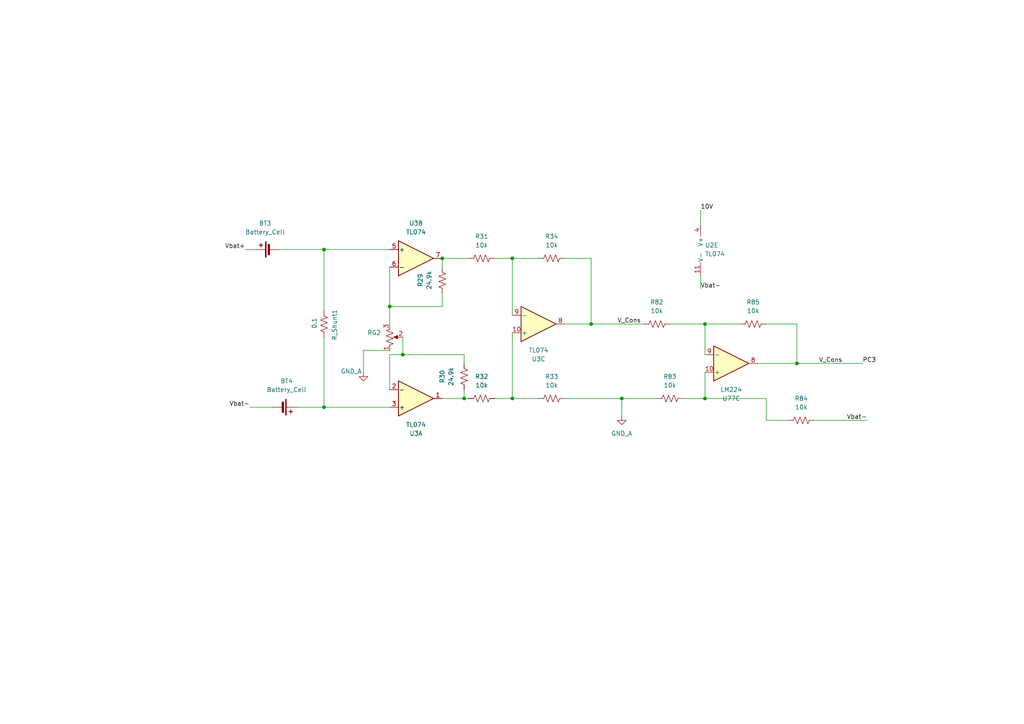
<source format=kicad_sch>
(kicad_sch (version 20250114) (generator "eeschema") (generator_version "9.0")
  (paper "A4")
  (lib_symbols
    (symbol "Amplifier_Operational:TL074" (pin_names (offset 0.127))
      (property "Reference" "U" (at 0 5.08 0))
      (property "Value" "TL074" (at 0 -5.08 0))
      (symbol "TL074_1_1"
        (polyline (pts (xy -5.08 5.08) (xy 5.08 0) (xy -5.08 -5.08) (xy -5.08 5.08)) (stroke (width 0.254)) (fill (type background)))
        (pin input line (at -7.62 2.54 0) (length 2.54) (name "+") (number "3"))
        (pin input line (at -7.62 -2.54 0) (length 2.54) (name "-") (number "2"))
        (pin output line (at 7.62 0 180) (length 2.54) (name "~") (number "1"))
      )
      (symbol "TL074_2_1"
        (polyline (pts (xy -5.08 5.08) (xy 5.08 0) (xy -5.08 -5.08) (xy -5.08 5.08)) (stroke (width 0.254)) (fill (type background)))
        (pin input line (at -7.62 2.54 0) (length 2.54) (name "+") (number "5"))
        (pin input line (at -7.62 -2.54 0) (length 2.54) (name "-") (number "6"))
        (pin output line (at 7.62 0 180) (length 2.54) (name "~") (number "7"))
      )
      (symbol "TL074_3_1"
        (polyline (pts (xy -5.08 5.08) (xy 5.08 0) (xy -5.08 -5.08) (xy -5.08 5.08)) (stroke (width 0.254)) (fill (type background)))
        (pin input line (at -7.62 2.54 0) (length 2.54) (name "+") (number "10"))
        (pin input line (at -7.62 -2.54 0) (length 2.54) (name "-") (number "9"))
        (pin output line (at 7.62 0 180) (length 2.54) (name "~") (number "8"))
      )
      (symbol "TL074_4_1"
        (polyline (pts (xy -5.08 5.08) (xy 5.08 0) (xy -5.08 -5.08) (xy -5.08 5.08)) (stroke (width 0.254)) (fill (type background)))
        (pin input line (at -7.62 2.54 0) (length 2.54) (name "+") (number "12"))
        (pin input line (at -7.62 -2.54 0) (length 2.54) (name "-") (number "13"))
        (pin output line (at 7.62 0 180) (length 2.54) (name "~") (number "14"))
      )
      (symbol "TL074_5_1"
        (pin power_in line (at -2.54 7.62 270) (length 3.81) (name "V+") (number "4"))
        (pin power_in line (at -2.54 -7.62 90) (length 3.81) (name "V-") (number "11"))
      )
    )
    (symbol "Device:Battery_Cell" (pin_numbers (hide yes)) (pin_names (offset 0) (hide yes))
      (property "Reference" "BT" (at 2.54 2.54 0))
      (property "Value" "Battery_Cell" (at 2.54 0 0))
      (symbol "Battery_Cell_0_1"
        (rectangle (start -2.286 1.778) (end 2.286 1.524) (fill (type outline)))
        (rectangle (start -1.524 1.016) (end 1.524 0.508) (fill (type outline)))
        (polyline (pts (xy 0 1.778) (xy 0 2.54)))
        (polyline (pts (xy 0 0.762) (xy 0 0)))
        (polyline (pts (xy 0.762 3.048) (xy 1.778 3.048)) (stroke (width 0.254)))
        (polyline (pts (xy 1.27 3.556) (xy 1.27 2.54)) (stroke (width 0.254)))
      )
      (symbol "Battery_Cell_1_1"
        (pin passive line (at 0 5.08 270) (length 2.54) (name "+") (number "1"))
        (pin passive line (at 0 -2.54 90) (length 2.54) (name "-") (number "2"))
      )
    )
    (symbol "Device:R_Potentiometer_US" (pin_names (offset 1.016) (hide yes))
      (property "Reference" "RV" (at -4.445 0 90))
      (property "Value" "R_Potentiometer_US" (at -2.54 0 90))
      (symbol "R_Potentiometer_US_0_1"
        (polyline (pts (xy 0 2.54) (xy 0 2.286)))
        (polyline (pts (xy 0 2.286) (xy 1.016 1.905) (xy 0 1.524) (xy -1.016 1.143) (xy 0 0.762)))
        (polyline (pts (xy 0 0.762) (xy 1.016 0.381) (xy 0 0) (xy -1.016 -0.381) (xy 0 -0.762)))
        (polyline (pts (xy 0 -0.762) (xy 1.016 -1.143) (xy 0 -1.524) (xy -1.016 -1.905) (xy 0 -2.286)))
        (polyline (pts (xy 0 -2.286) (xy 0 -2.54)))
        (polyline (pts (xy 1.143 0) (xy 2.286 0.508) (xy 2.286 -0.508) (xy 1.143 0)) (fill (type outline)))
        (polyline (pts (xy 2.54 0) (xy 1.524 0)))
      )
      (symbol "R_Potentiometer_US_1_1"
        (pin passive line (at 0 3.81 270) (length 1.27) (name "1") (number "1"))
        (pin passive line (at 0 -3.81 90) (length 1.27) (name "3") (number "3"))
        (pin passive line (at 3.81 0 180) (length 1.27) (name "2") (number "2"))
      )
    )
    (symbol "Device:R_US" (pin_numbers (hide yes)) (pin_names (offset 0))
      (property "Reference" "R" (at 2.54 0 90))
      (property "Value" "R_US" (at -2.54 0 90))
      (symbol "R_US_0_1"
        (polyline (pts (xy 0 2.286) (xy 0 2.54)))
        (polyline (pts (xy 0 2.286) (xy 1.016 1.905) (xy 0 1.524) (xy -1.016 1.143) (xy 0 0.762)))
        (polyline (pts (xy 0 0.762) (xy 1.016 0.381) (xy 0 0) (xy -1.016 -0.381) (xy 0 -0.762)))
        (polyline (pts (xy 0 -0.762) (xy 1.016 -1.143) (xy 0 -1.524) (xy -1.016 -1.905) (xy 0 -2.286)))
        (polyline (pts (xy 0 -2.286) (xy 0 -2.54)))
      )
      (symbol "R_US_1_1"
        (pin passive line (at 0 3.81 270) (length 1.27) (name "~") (number "1"))
        (pin passive line (at 0 -3.81 90) (length 1.27) (name "~") (number "2"))
      )
    )
    (symbol "power:GND" (power) (pin_numbers (hide yes)) (pin_names (offset 0) (hide yes))
      (property "Value" "GND" (at 0 -3.81 0))
      (symbol "GND_0_1"
        (polyline (pts (xy 0 0) (xy 0 -1.27) (xy 1.27 -1.27) (xy 0 -2.54) (xy -1.27 -1.27) (xy 0 -1.27)))
      )
      (symbol "GND_1_1"
        (pin power_in line (at 0 0 270) (length 0) (name "~") (number "1"))
      )
    )
    (symbol "power:GNDA" (power) (pin_numbers (hide yes)) (pin_names (offset 0) (hide yes))
      (property "Value" "GNDA" (at 0 -3.81 0))
      (symbol "GNDA_0_1"
        (polyline (pts (xy 0 0) (xy 0 -1.27) (xy 1.27 -1.27) (xy 0 -2.54) (xy -1.27 -1.27) (xy 0 -1.27)))
      )
      (symbol "GNDA_1_1"
        (pin power_in line (at 0 0 270) (length 0) (name "~") (number "1"))
      )
    )
  )
  (junction (at 148.59 74.93))
  (junction (at 93.98 118.11))
  (junction (at 93.98 72.39))
  (junction (at 180.34 115.57))
  (junction (at 204.47 93.98))
  (junction (at 204.47 115.57))
  (junction (at 148.59 115.57))
  (junction (at 134.62 115.57))
  (junction (at 171.45 93.98))
  (junction (at 113.03 88.9))
  (junction (at 231.14 105.41))
  (junction (at 128.27 74.93))
  (junction (at 116.84 102.87))
  (wire (pts (xy 128.27 88.9) (xy 113.03 88.9)))
  (wire (pts (xy 113.03 88.9) (xy 113.03 93.98)))
  (wire (pts (xy 222.25 115.57) (xy 222.25 121.92)))
  (wire (pts (xy 236.22 121.92) (xy 251.46 121.92)))
  (wire (pts (xy 105.41 107.95) (xy 105.41 101.6)))
  (wire (pts (xy 203.2 80.01) (xy 203.2 83.82)))
  (wire (pts (xy 113.03 102.87) (xy 116.84 102.87)))
  (wire (pts (xy 134.62 115.57) (xy 134.62 113.03)))
  (wire (pts (xy 231.14 93.98) (xy 222.25 93.98)))
  (wire (pts (xy 134.62 115.57) (xy 135.89 115.57)))
  (wire (pts (xy 128.27 74.93) (xy 128.27 77.47)))
  (wire (pts (xy 116.84 102.87) (xy 134.62 102.87)))
  (wire (pts (xy 204.47 115.57) (xy 222.25 115.57)))
  (wire (pts (xy 180.34 115.57) (xy 190.5 115.57)))
  (wire (pts (xy 231.14 105.41) (xy 250.19 105.41)))
  (wire (pts (xy 116.84 97.79) (xy 116.84 102.87)))
  (wire (pts (xy 128.27 74.93) (xy 135.89 74.93)))
  (wire (pts (xy 113.03 113.03) (xy 113.03 102.87)))
  (wire (pts (xy 228.6 121.92) (xy 222.25 121.92)))
  (wire (pts (xy 143.51 115.57) (xy 148.59 115.57)))
  (wire (pts (xy 204.47 93.98) (xy 214.63 93.98)))
  (wire (pts (xy 231.14 105.41) (xy 219.71 105.41)))
  (wire (pts (xy 156.21 115.57) (xy 148.59 115.57)))
  (wire (pts (xy 105.41 101.6) (xy 113.03 101.6)))
  (wire (pts (xy 93.98 72.39) (xy 113.03 72.39)))
  (wire (pts (xy 134.62 102.87) (xy 134.62 105.41)))
  (wire (pts (xy 143.51 74.93) (xy 148.59 74.93)))
  (wire (pts (xy 148.59 74.93) (xy 156.21 74.93)))
  (wire (pts (xy 148.59 74.93) (xy 148.59 91.44)))
  (wire (pts (xy 198.12 115.57) (xy 204.47 115.57)))
  (wire (pts (xy 134.62 115.57) (xy 128.27 115.57)))
  (wire (pts (xy 204.47 93.98) (xy 204.47 102.87)))
  (wire (pts (xy 231.14 93.98) (xy 231.14 105.41)))
  (wire (pts (xy 171.45 74.93) (xy 171.45 93.98)))
  (wire (pts (xy 128.27 88.9) (xy 128.27 85.09)))
  (wire (pts (xy 93.98 72.39) (xy 93.98 90.17)))
  (wire (pts (xy 180.34 115.57) (xy 180.34 120.65)))
  (wire (pts (xy 148.59 96.52) (xy 148.59 115.57)))
  (wire (pts (xy 93.98 97.79) (xy 93.98 118.11)))
  (wire (pts (xy 72.39 118.11) (xy 78.74 118.11)))
  (wire (pts (xy 81.28 72.39) (xy 93.98 72.39)))
  (wire (pts (xy 71.12 72.39) (xy 73.66 72.39)))
  (wire (pts (xy 163.83 115.57) (xy 180.34 115.57)))
  (wire (pts (xy 171.45 93.98) (xy 186.69 93.98)))
  (wire (pts (xy 93.98 118.11) (xy 113.03 118.11)))
  (wire (pts (xy 113.03 77.47) (xy 113.03 88.9)))
  (wire (pts (xy 203.2 60.96) (xy 203.2 64.77)))
  (wire (pts (xy 86.36 118.11) (xy 93.98 118.11)))
  (wire (pts (xy 171.45 74.93) (xy 163.83 74.93)))
  (wire (pts (xy 171.45 93.98) (xy 163.83 93.98)))
  (wire (pts (xy 194.31 93.98) (xy 204.47 93.98)))
  (wire (pts (xy 204.47 107.95) (xy 204.47 115.57)))
  (label "Vbat+" (at 71.12 72.39 180))
  (label "V_Cons" (at 237.49 105.41 0))
  (label "V_Cons" (at 179.07 93.98 0))
  (label "Vbat-" (at 72.39 118.11 180))
  (label "Vbat-" (at 203.2 83.82 0))
  (label "Vbat-" (at 251.46 121.92 180))
  (label "10V" (at 203.2 60.96 0))
  (label "PC3" (at 250.19 105.41 0))
  (symbol (lib_id "Amplifier_Operational:TL074") (at 156.21 93.98 0) (mirror x) (unit 3)
    (property "Reference" "U3" (at 156.21 104.14 0))
    (property "Value" "TL074" (at 156.21 101.6 0))
    (property "Datasheet" "http://www.ti.com/lit/ds/symlink/tl071.pdf" (effects (hide yes)))
    (property "Description" "Quad Low-Noise JFET-Input Operational Amplifiers, DIP-14/SOIC-14" (effects (hide yes)))
  )
  (symbol (lib_id "Device:Battery_Cell") (at 81.28 118.11 270) (unit 1)
    (property "Reference" "BT4" (at 83.1215 110.49 90))
    (property "Value" "Battery_Cell" (at 83.1215 113.03 90))
    (property "Description" "Single-cell battery" (effects (hide yes)))
  )
  (symbol (lib_id "Amplifier_Operational:TL074") (at 120.65 115.57 0) (mirror x) (unit 1)
    (property "Reference" "U3" (at 120.65 125.73 0))
    (property "Value" "TL074" (at 120.65 123.19 0))
    (property "Datasheet" "http://www.ti.com/lit/ds/symlink/tl071.pdf" (effects (hide yes)))
    (property "Description" "Quad Low-Noise JFET-Input Operational Amplifiers, DIP-14/SOIC-14" (effects (hide yes)))
  )
  (symbol (lib_id "Device:Battery_Cell") (at 78.74 72.39 90) (unit 1)
    (property "Reference" "BT3" (at 76.8985 64.77 90))
    (property "Value" "Battery_Cell" (at 76.8985 67.31 90))
    (property "Description" "Single-cell battery" (effects (hide yes)))
  )
  (symbol (lib_id "Device:R_US") (at 134.62 109.22 180) (unit 1)
    (property "Reference" "R30" (at 128.27 109.22 90))
    (property "Value" "24.9k" (at 130.81 109.22 90))
    (property "Description" "Resistor, US symbol" (effects (hide yes)))
  )
  (symbol (lib_id "Device:R_US") (at 218.44 93.98 90) (unit 1)
    (property "Reference" "R85" (at 218.44 87.63 90))
    (property "Value" "10k" (at 218.44 90.17 90))
    (property "Description" "Resistor, US symbol" (effects (hide yes)))
  )
  (symbol (lib_id "power:GNDA") (at 180.34 120.65 0) (unit 1)
    (property "Reference" "#PWR016" (effects (hide yes)))
    (property "Value" "GND_A" (at 180.34 125.73 0))
    (property "Description" "Power symbol creates a global label with name \"GNDA\" , analog ground" (effects (hide yes)))
  )
  (symbol (lib_id "Device:R_US") (at 232.41 121.92 90) (unit 1)
    (property "Reference" "R84" (at 232.41 115.57 90))
    (property "Value" "10k" (at 232.41 118.11 90))
    (property "Description" "Resistor, US symbol" (effects (hide yes)))
  )
  (symbol (lib_id "Device:R_US") (at 128.27 81.28 180) (unit 1)
    (property "Reference" "R29" (at 121.92 81.28 90))
    (property "Value" "24.9k" (at 124.46 81.28 90))
    (property "Description" "Resistor, US symbol" (effects (hide yes)))
  )
  (symbol (lib_id "Amplifier_Operational:TL074") (at 120.65 74.93 0) (unit 2)
    (property "Reference" "U3" (at 120.65 64.77 0))
    (property "Value" "TL074" (at 120.65 67.31 0))
    (property "Datasheet" "http://www.ti.com/lit/ds/symlink/tl071.pdf" (effects (hide yes)))
    (property "Description" "Quad Low-Noise JFET-Input Operational Amplifiers, DIP-14/SOIC-14" (effects (hide yes)))
  )
  (symbol (lib_id "Device:R_US") (at 160.02 74.93 90) (unit 1)
    (property "Reference" "R34" (at 160.02 68.58 90))
    (property "Value" "10k" (at 160.02 71.12 90))
    (property "Description" "Resistor, US symbol" (effects (hide yes)))
  )
  (symbol (lib_id "Device:R_US") (at 93.98 93.98 0) (unit 1)
    (property "Reference" "R_Shunt1" (at 97.028 94.234 90))
    (property "Value" "0.1" (at 91.186 93.726 90))
    (property "Description" "Resistor, US symbol" (effects (hide yes)))
  )
  (symbol (lib_id "Device:R_Potentiometer_US") (at 113.03 97.79 0) (mirror x) (unit 1)
    (property "Reference" "RG2" (at 110.49 96.5199 0) (effects (justify right)))
    (property "Value" "R_Potentiometer_US" (effects (hide yes)))
    (property "Description" "Potentiometer, US symbol" (effects (hide yes)))
  )
  (symbol (lib_id "Device:R_US") (at 160.02 115.57 90) (unit 1)
    (property "Reference" "R33" (at 160.02 109.22 90))
    (property "Value" "10k" (at 160.02 111.76 90))
    (property "Description" "Resistor, US symbol" (effects (hide yes)))
  )
  (symbol (lib_id "power:GND") (at 105.41 107.95 0) (mirror y) (unit 1)
    (property "Reference" "#PWR014" (effects (hide yes)))
    (property "Value" "GND_A" (at 98.806 107.696 0) (effects (justify right)))
    (property "Description" "Power symbol creates a global label with name \"GND\" , ground" (effects (hide yes)))
  )
  (symbol (lib_id "Device:R_US") (at 194.31 115.57 90) (unit 1)
    (property "Reference" "R83" (at 194.31 109.22 90))
    (property "Value" "10k" (at 194.31 111.76 90))
    (property "Description" "Resistor, US symbol" (effects (hide yes)))
  )
  (symbol (lib_id "Device:R_US") (at 139.7 74.93 90) (unit 1)
    (property "Reference" "R31" (at 139.7 68.58 90))
    (property "Value" "10k" (at 139.7 71.12 90))
    (property "Description" "Resistor, US symbol" (effects (hide yes)))
  )
  (symbol (lib_id "Device:R_US") (at 190.5 93.98 90) (unit 1)
    (property "Reference" "R82" (at 190.5 87.63 90))
    (property "Value" "10k" (at 190.5 90.17 90))
    (property "Description" "Resistor, US symbol" (effects (hide yes)))
  )
  (symbol (lib_id "Amplifier_Operational:TL074") (at 212.09 105.41 0) (mirror x) (unit 3)
    (property "Reference" "U77" (at 212.09 115.57 0))
    (property "Value" "LM224" (at 212.09 113.03 0))
    (property "Datasheet" "http://www.ti.com/lit/ds/symlink/tl071.pdf" (effects (hide yes)))
    (property "Description" "Quad Low-Noise JFET-Input Operational Amplifiers, DIP-14/SOIC-14" (effects (hide yes)))
  )
  (symbol (lib_id "Device:R_US") (at 139.7 115.57 90) (unit 1)
    (property "Reference" "R32" (at 139.7 109.22 90))
    (property "Value" "10k" (at 139.7 111.76 90))
    (property "Description" "Resistor, US symbol" (effects (hide yes)))
  )
  (symbol (lib_id "Amplifier_Operational:TL074") (at 205.74 72.39 0) (unit 5)
    (property "Reference" "U2" (at 204.47 71.1199 0) (effects (justify left)))
    (property "Value" "TL074" (at 204.47 73.6599 0) (effects (justify left)))
    (property "Datasheet" "http://www.ti.com/lit/ds/symlink/tl071.pdf" (effects (hide yes)))
    (property "Description" "Quad Low-Noise JFET-Input Operational Amplifiers, DIP-14/SOIC-14" (effects (hide yes)))
  )
)
</source>
